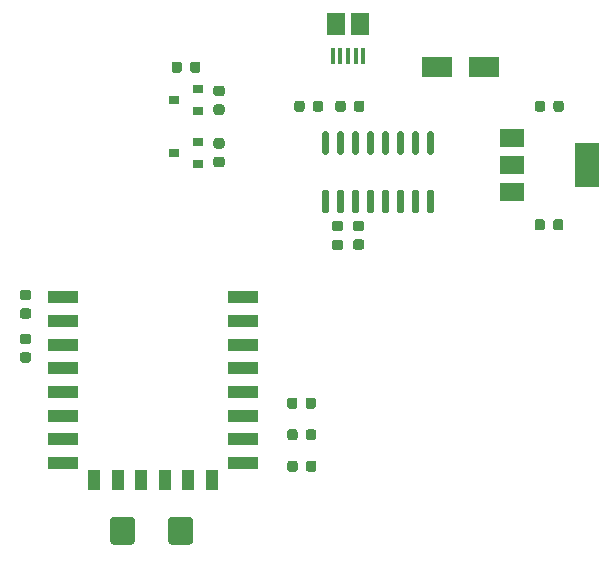
<source format=gbr>
%TF.GenerationSoftware,KiCad,Pcbnew,5.1.6-c6e7f7d~87~ubuntu20.04.1*%
%TF.CreationDate,2020-07-30T14:09:28+02:00*%
%TF.ProjectId,ESP8266-WS2812-Puck,45535038-3236-4362-9d57-53323831322d,rev?*%
%TF.SameCoordinates,Original*%
%TF.FileFunction,Paste,Top*%
%TF.FilePolarity,Positive*%
%FSLAX46Y46*%
G04 Gerber Fmt 4.6, Leading zero omitted, Abs format (unit mm)*
G04 Created by KiCad (PCBNEW 5.1.6-c6e7f7d~87~ubuntu20.04.1) date 2020-07-30 14:09:28*
%MOMM*%
%LPD*%
G01*
G04 APERTURE LIST*
%ADD10R,1.500000X1.900000*%
%ADD11R,0.400000X1.350000*%
%ADD12R,2.500000X1.000000*%
%ADD13R,1.000000X1.800000*%
%ADD14R,2.000000X3.800000*%
%ADD15R,2.000000X1.500000*%
%ADD16R,2.500000X1.800000*%
%ADD17R,0.900000X0.800000*%
G04 APERTURE END LIST*
D10*
%TO.C,J2*%
X148860000Y-69882500D03*
D11*
X150510000Y-72582500D03*
X151160000Y-72582500D03*
X148560000Y-72582500D03*
X149210000Y-72582500D03*
X149860000Y-72582500D03*
D10*
X150860000Y-69882500D03*
%TD*%
D12*
%TO.C,U1*%
X125750000Y-93020000D03*
X125750000Y-95020000D03*
X125750000Y-97020000D03*
X125750000Y-99020000D03*
X125750000Y-101020000D03*
X125750000Y-103020000D03*
X125750000Y-105020000D03*
X125750000Y-107020000D03*
D13*
X128350000Y-108520000D03*
X130350000Y-108520000D03*
X132350000Y-108520000D03*
X134350000Y-108520000D03*
X136350000Y-108520000D03*
X138350000Y-108520000D03*
D12*
X140950000Y-107020000D03*
X140950000Y-105020000D03*
X140950000Y-103020000D03*
X140950000Y-101020000D03*
X140950000Y-99020000D03*
X140950000Y-97020000D03*
X140950000Y-95020000D03*
X140950000Y-93020000D03*
%TD*%
D14*
%TO.C,U2*%
X170053000Y-81788000D03*
D15*
X163753000Y-81788000D03*
X163753000Y-84088000D03*
X163753000Y-79488000D03*
%TD*%
%TO.C,U3*%
G36*
G01*
X148105000Y-85873000D02*
X147805000Y-85873000D01*
G75*
G02*
X147655000Y-85723000I0J150000D01*
G01*
X147655000Y-84073000D01*
G75*
G02*
X147805000Y-83923000I150000J0D01*
G01*
X148105000Y-83923000D01*
G75*
G02*
X148255000Y-84073000I0J-150000D01*
G01*
X148255000Y-85723000D01*
G75*
G02*
X148105000Y-85873000I-150000J0D01*
G01*
G37*
G36*
G01*
X149375000Y-85873000D02*
X149075000Y-85873000D01*
G75*
G02*
X148925000Y-85723000I0J150000D01*
G01*
X148925000Y-84073000D01*
G75*
G02*
X149075000Y-83923000I150000J0D01*
G01*
X149375000Y-83923000D01*
G75*
G02*
X149525000Y-84073000I0J-150000D01*
G01*
X149525000Y-85723000D01*
G75*
G02*
X149375000Y-85873000I-150000J0D01*
G01*
G37*
G36*
G01*
X150645000Y-85873000D02*
X150345000Y-85873000D01*
G75*
G02*
X150195000Y-85723000I0J150000D01*
G01*
X150195000Y-84073000D01*
G75*
G02*
X150345000Y-83923000I150000J0D01*
G01*
X150645000Y-83923000D01*
G75*
G02*
X150795000Y-84073000I0J-150000D01*
G01*
X150795000Y-85723000D01*
G75*
G02*
X150645000Y-85873000I-150000J0D01*
G01*
G37*
G36*
G01*
X151915000Y-85873000D02*
X151615000Y-85873000D01*
G75*
G02*
X151465000Y-85723000I0J150000D01*
G01*
X151465000Y-84073000D01*
G75*
G02*
X151615000Y-83923000I150000J0D01*
G01*
X151915000Y-83923000D01*
G75*
G02*
X152065000Y-84073000I0J-150000D01*
G01*
X152065000Y-85723000D01*
G75*
G02*
X151915000Y-85873000I-150000J0D01*
G01*
G37*
G36*
G01*
X153185000Y-85873000D02*
X152885000Y-85873000D01*
G75*
G02*
X152735000Y-85723000I0J150000D01*
G01*
X152735000Y-84073000D01*
G75*
G02*
X152885000Y-83923000I150000J0D01*
G01*
X153185000Y-83923000D01*
G75*
G02*
X153335000Y-84073000I0J-150000D01*
G01*
X153335000Y-85723000D01*
G75*
G02*
X153185000Y-85873000I-150000J0D01*
G01*
G37*
G36*
G01*
X154455000Y-85873000D02*
X154155000Y-85873000D01*
G75*
G02*
X154005000Y-85723000I0J150000D01*
G01*
X154005000Y-84073000D01*
G75*
G02*
X154155000Y-83923000I150000J0D01*
G01*
X154455000Y-83923000D01*
G75*
G02*
X154605000Y-84073000I0J-150000D01*
G01*
X154605000Y-85723000D01*
G75*
G02*
X154455000Y-85873000I-150000J0D01*
G01*
G37*
G36*
G01*
X155725000Y-85873000D02*
X155425000Y-85873000D01*
G75*
G02*
X155275000Y-85723000I0J150000D01*
G01*
X155275000Y-84073000D01*
G75*
G02*
X155425000Y-83923000I150000J0D01*
G01*
X155725000Y-83923000D01*
G75*
G02*
X155875000Y-84073000I0J-150000D01*
G01*
X155875000Y-85723000D01*
G75*
G02*
X155725000Y-85873000I-150000J0D01*
G01*
G37*
G36*
G01*
X156995000Y-85873000D02*
X156695000Y-85873000D01*
G75*
G02*
X156545000Y-85723000I0J150000D01*
G01*
X156545000Y-84073000D01*
G75*
G02*
X156695000Y-83923000I150000J0D01*
G01*
X156995000Y-83923000D01*
G75*
G02*
X157145000Y-84073000I0J-150000D01*
G01*
X157145000Y-85723000D01*
G75*
G02*
X156995000Y-85873000I-150000J0D01*
G01*
G37*
G36*
G01*
X156995000Y-80923000D02*
X156695000Y-80923000D01*
G75*
G02*
X156545000Y-80773000I0J150000D01*
G01*
X156545000Y-79123000D01*
G75*
G02*
X156695000Y-78973000I150000J0D01*
G01*
X156995000Y-78973000D01*
G75*
G02*
X157145000Y-79123000I0J-150000D01*
G01*
X157145000Y-80773000D01*
G75*
G02*
X156995000Y-80923000I-150000J0D01*
G01*
G37*
G36*
G01*
X155725000Y-80923000D02*
X155425000Y-80923000D01*
G75*
G02*
X155275000Y-80773000I0J150000D01*
G01*
X155275000Y-79123000D01*
G75*
G02*
X155425000Y-78973000I150000J0D01*
G01*
X155725000Y-78973000D01*
G75*
G02*
X155875000Y-79123000I0J-150000D01*
G01*
X155875000Y-80773000D01*
G75*
G02*
X155725000Y-80923000I-150000J0D01*
G01*
G37*
G36*
G01*
X154455000Y-80923000D02*
X154155000Y-80923000D01*
G75*
G02*
X154005000Y-80773000I0J150000D01*
G01*
X154005000Y-79123000D01*
G75*
G02*
X154155000Y-78973000I150000J0D01*
G01*
X154455000Y-78973000D01*
G75*
G02*
X154605000Y-79123000I0J-150000D01*
G01*
X154605000Y-80773000D01*
G75*
G02*
X154455000Y-80923000I-150000J0D01*
G01*
G37*
G36*
G01*
X153185000Y-80923000D02*
X152885000Y-80923000D01*
G75*
G02*
X152735000Y-80773000I0J150000D01*
G01*
X152735000Y-79123000D01*
G75*
G02*
X152885000Y-78973000I150000J0D01*
G01*
X153185000Y-78973000D01*
G75*
G02*
X153335000Y-79123000I0J-150000D01*
G01*
X153335000Y-80773000D01*
G75*
G02*
X153185000Y-80923000I-150000J0D01*
G01*
G37*
G36*
G01*
X151915000Y-80923000D02*
X151615000Y-80923000D01*
G75*
G02*
X151465000Y-80773000I0J150000D01*
G01*
X151465000Y-79123000D01*
G75*
G02*
X151615000Y-78973000I150000J0D01*
G01*
X151915000Y-78973000D01*
G75*
G02*
X152065000Y-79123000I0J-150000D01*
G01*
X152065000Y-80773000D01*
G75*
G02*
X151915000Y-80923000I-150000J0D01*
G01*
G37*
G36*
G01*
X150645000Y-80923000D02*
X150345000Y-80923000D01*
G75*
G02*
X150195000Y-80773000I0J150000D01*
G01*
X150195000Y-79123000D01*
G75*
G02*
X150345000Y-78973000I150000J0D01*
G01*
X150645000Y-78973000D01*
G75*
G02*
X150795000Y-79123000I0J-150000D01*
G01*
X150795000Y-80773000D01*
G75*
G02*
X150645000Y-80923000I-150000J0D01*
G01*
G37*
G36*
G01*
X149375000Y-80923000D02*
X149075000Y-80923000D01*
G75*
G02*
X148925000Y-80773000I0J150000D01*
G01*
X148925000Y-79123000D01*
G75*
G02*
X149075000Y-78973000I150000J0D01*
G01*
X149375000Y-78973000D01*
G75*
G02*
X149525000Y-79123000I0J-150000D01*
G01*
X149525000Y-80773000D01*
G75*
G02*
X149375000Y-80923000I-150000J0D01*
G01*
G37*
G36*
G01*
X148105000Y-80923000D02*
X147805000Y-80923000D01*
G75*
G02*
X147655000Y-80773000I0J150000D01*
G01*
X147655000Y-79123000D01*
G75*
G02*
X147805000Y-78973000I150000J0D01*
G01*
X148105000Y-78973000D01*
G75*
G02*
X148255000Y-79123000I0J-150000D01*
G01*
X148255000Y-80773000D01*
G75*
G02*
X148105000Y-80923000I-150000J0D01*
G01*
G37*
%TD*%
%TO.C,C1*%
G36*
G01*
X165653000Y-87124250D02*
X165653000Y-86611750D01*
G75*
G02*
X165871750Y-86393000I218750J0D01*
G01*
X166309250Y-86393000D01*
G75*
G02*
X166528000Y-86611750I0J-218750D01*
G01*
X166528000Y-87124250D01*
G75*
G02*
X166309250Y-87343000I-218750J0D01*
G01*
X165871750Y-87343000D01*
G75*
G02*
X165653000Y-87124250I0J218750D01*
G01*
G37*
G36*
G01*
X167228000Y-87124250D02*
X167228000Y-86611750D01*
G75*
G02*
X167446750Y-86393000I218750J0D01*
G01*
X167884250Y-86393000D01*
G75*
G02*
X168103000Y-86611750I0J-218750D01*
G01*
X168103000Y-87124250D01*
G75*
G02*
X167884250Y-87343000I-218750J0D01*
G01*
X167446750Y-87343000D01*
G75*
G02*
X167228000Y-87124250I0J218750D01*
G01*
G37*
%TD*%
%TO.C,C2*%
G36*
G01*
X166553500Y-76578750D02*
X166553500Y-77091250D01*
G75*
G02*
X166334750Y-77310000I-218750J0D01*
G01*
X165897250Y-77310000D01*
G75*
G02*
X165678500Y-77091250I0J218750D01*
G01*
X165678500Y-76578750D01*
G75*
G02*
X165897250Y-76360000I218750J0D01*
G01*
X166334750Y-76360000D01*
G75*
G02*
X166553500Y-76578750I0J-218750D01*
G01*
G37*
G36*
G01*
X168128500Y-76578750D02*
X168128500Y-77091250D01*
G75*
G02*
X167909750Y-77310000I-218750J0D01*
G01*
X167472250Y-77310000D01*
G75*
G02*
X167253500Y-77091250I0J218750D01*
G01*
X167253500Y-76578750D01*
G75*
G02*
X167472250Y-76360000I218750J0D01*
G01*
X167909750Y-76360000D01*
G75*
G02*
X168128500Y-76578750I0J-218750D01*
G01*
G37*
%TD*%
%TO.C,C3*%
G36*
G01*
X134919000Y-73789250D02*
X134919000Y-73276750D01*
G75*
G02*
X135137750Y-73058000I218750J0D01*
G01*
X135575250Y-73058000D01*
G75*
G02*
X135794000Y-73276750I0J-218750D01*
G01*
X135794000Y-73789250D01*
G75*
G02*
X135575250Y-74008000I-218750J0D01*
G01*
X135137750Y-74008000D01*
G75*
G02*
X134919000Y-73789250I0J218750D01*
G01*
G37*
G36*
G01*
X136494000Y-73789250D02*
X136494000Y-73276750D01*
G75*
G02*
X136712750Y-73058000I218750J0D01*
G01*
X137150250Y-73058000D01*
G75*
G02*
X137369000Y-73276750I0J-218750D01*
G01*
X137369000Y-73789250D01*
G75*
G02*
X137150250Y-74008000I-218750J0D01*
G01*
X136712750Y-74008000D01*
G75*
G02*
X136494000Y-73789250I0J218750D01*
G01*
G37*
%TD*%
%TO.C,C4*%
G36*
G01*
X129723000Y-113701000D02*
X129723000Y-111851000D01*
G75*
G02*
X129973000Y-111601000I250000J0D01*
G01*
X131548000Y-111601000D01*
G75*
G02*
X131798000Y-111851000I0J-250000D01*
G01*
X131798000Y-113701000D01*
G75*
G02*
X131548000Y-113951000I-250000J0D01*
G01*
X129973000Y-113951000D01*
G75*
G02*
X129723000Y-113701000I0J250000D01*
G01*
G37*
G36*
G01*
X134648000Y-113701000D02*
X134648000Y-111851000D01*
G75*
G02*
X134898000Y-111601000I250000J0D01*
G01*
X136473000Y-111601000D01*
G75*
G02*
X136723000Y-111851000I0J-250000D01*
G01*
X136723000Y-113701000D01*
G75*
G02*
X136473000Y-113951000I-250000J0D01*
G01*
X134898000Y-113951000D01*
G75*
G02*
X134648000Y-113701000I0J250000D01*
G01*
G37*
%TD*%
%TO.C,C5*%
G36*
G01*
X146182500Y-76578750D02*
X146182500Y-77091250D01*
G75*
G02*
X145963750Y-77310000I-218750J0D01*
G01*
X145526250Y-77310000D01*
G75*
G02*
X145307500Y-77091250I0J218750D01*
G01*
X145307500Y-76578750D01*
G75*
G02*
X145526250Y-76360000I218750J0D01*
G01*
X145963750Y-76360000D01*
G75*
G02*
X146182500Y-76578750I0J-218750D01*
G01*
G37*
G36*
G01*
X147757500Y-76578750D02*
X147757500Y-77091250D01*
G75*
G02*
X147538750Y-77310000I-218750J0D01*
G01*
X147101250Y-77310000D01*
G75*
G02*
X146882500Y-77091250I0J218750D01*
G01*
X146882500Y-76578750D01*
G75*
G02*
X147101250Y-76360000I218750J0D01*
G01*
X147538750Y-76360000D01*
G75*
G02*
X147757500Y-76578750I0J-218750D01*
G01*
G37*
%TD*%
%TO.C,C6*%
G36*
G01*
X148787500Y-77091250D02*
X148787500Y-76578750D01*
G75*
G02*
X149006250Y-76360000I218750J0D01*
G01*
X149443750Y-76360000D01*
G75*
G02*
X149662500Y-76578750I0J-218750D01*
G01*
X149662500Y-77091250D01*
G75*
G02*
X149443750Y-77310000I-218750J0D01*
G01*
X149006250Y-77310000D01*
G75*
G02*
X148787500Y-77091250I0J218750D01*
G01*
G37*
G36*
G01*
X150362500Y-77091250D02*
X150362500Y-76578750D01*
G75*
G02*
X150581250Y-76360000I218750J0D01*
G01*
X151018750Y-76360000D01*
G75*
G02*
X151237500Y-76578750I0J-218750D01*
G01*
X151237500Y-77091250D01*
G75*
G02*
X151018750Y-77310000I-218750J0D01*
G01*
X150581250Y-77310000D01*
G75*
G02*
X150362500Y-77091250I0J218750D01*
G01*
G37*
%TD*%
D16*
%TO.C,D1*%
X161385000Y-73533000D03*
X157385000Y-73533000D03*
%TD*%
D17*
%TO.C,Q1*%
X137144000Y-77277000D03*
X137144000Y-75377000D03*
X135144000Y-76327000D03*
%TD*%
%TO.C,Q2*%
X135144000Y-80772000D03*
X137144000Y-79822000D03*
X137144000Y-81722000D03*
%TD*%
%TO.C,R5*%
G36*
G01*
X144698000Y-102237250D02*
X144698000Y-101724750D01*
G75*
G02*
X144916750Y-101506000I218750J0D01*
G01*
X145354250Y-101506000D01*
G75*
G02*
X145573000Y-101724750I0J-218750D01*
G01*
X145573000Y-102237250D01*
G75*
G02*
X145354250Y-102456000I-218750J0D01*
G01*
X144916750Y-102456000D01*
G75*
G02*
X144698000Y-102237250I0J218750D01*
G01*
G37*
G36*
G01*
X146273000Y-102237250D02*
X146273000Y-101724750D01*
G75*
G02*
X146491750Y-101506000I218750J0D01*
G01*
X146929250Y-101506000D01*
G75*
G02*
X147148000Y-101724750I0J-218750D01*
G01*
X147148000Y-102237250D01*
G75*
G02*
X146929250Y-102456000I-218750J0D01*
G01*
X146491750Y-102456000D01*
G75*
G02*
X146273000Y-102237250I0J218750D01*
G01*
G37*
%TD*%
%TO.C,R6*%
G36*
G01*
X144712000Y-104904250D02*
X144712000Y-104391750D01*
G75*
G02*
X144930750Y-104173000I218750J0D01*
G01*
X145368250Y-104173000D01*
G75*
G02*
X145587000Y-104391750I0J-218750D01*
G01*
X145587000Y-104904250D01*
G75*
G02*
X145368250Y-105123000I-218750J0D01*
G01*
X144930750Y-105123000D01*
G75*
G02*
X144712000Y-104904250I0J218750D01*
G01*
G37*
G36*
G01*
X146287000Y-104904250D02*
X146287000Y-104391750D01*
G75*
G02*
X146505750Y-104173000I218750J0D01*
G01*
X146943250Y-104173000D01*
G75*
G02*
X147162000Y-104391750I0J-218750D01*
G01*
X147162000Y-104904250D01*
G75*
G02*
X146943250Y-105123000I-218750J0D01*
G01*
X146505750Y-105123000D01*
G75*
G02*
X146287000Y-104904250I0J218750D01*
G01*
G37*
%TD*%
%TO.C,R7*%
G36*
G01*
X122811250Y-96957500D02*
X122298750Y-96957500D01*
G75*
G02*
X122080000Y-96738750I0J218750D01*
G01*
X122080000Y-96301250D01*
G75*
G02*
X122298750Y-96082500I218750J0D01*
G01*
X122811250Y-96082500D01*
G75*
G02*
X123030000Y-96301250I0J-218750D01*
G01*
X123030000Y-96738750D01*
G75*
G02*
X122811250Y-96957500I-218750J0D01*
G01*
G37*
G36*
G01*
X122811250Y-98532500D02*
X122298750Y-98532500D01*
G75*
G02*
X122080000Y-98313750I0J218750D01*
G01*
X122080000Y-97876250D01*
G75*
G02*
X122298750Y-97657500I218750J0D01*
G01*
X122811250Y-97657500D01*
G75*
G02*
X123030000Y-97876250I0J-218750D01*
G01*
X123030000Y-98313750D01*
G75*
G02*
X122811250Y-98532500I-218750J0D01*
G01*
G37*
%TD*%
%TO.C,R8*%
G36*
G01*
X122298750Y-92374000D02*
X122811250Y-92374000D01*
G75*
G02*
X123030000Y-92592750I0J-218750D01*
G01*
X123030000Y-93030250D01*
G75*
G02*
X122811250Y-93249000I-218750J0D01*
G01*
X122298750Y-93249000D01*
G75*
G02*
X122080000Y-93030250I0J218750D01*
G01*
X122080000Y-92592750D01*
G75*
G02*
X122298750Y-92374000I218750J0D01*
G01*
G37*
G36*
G01*
X122298750Y-93949000D02*
X122811250Y-93949000D01*
G75*
G02*
X123030000Y-94167750I0J-218750D01*
G01*
X123030000Y-94605250D01*
G75*
G02*
X122811250Y-94824000I-218750J0D01*
G01*
X122298750Y-94824000D01*
G75*
G02*
X122080000Y-94605250I0J218750D01*
G01*
X122080000Y-94167750D01*
G75*
G02*
X122298750Y-93949000I218750J0D01*
G01*
G37*
%TD*%
%TO.C,R9*%
G36*
G01*
X146298500Y-107571250D02*
X146298500Y-107058750D01*
G75*
G02*
X146517250Y-106840000I218750J0D01*
G01*
X146954750Y-106840000D01*
G75*
G02*
X147173500Y-107058750I0J-218750D01*
G01*
X147173500Y-107571250D01*
G75*
G02*
X146954750Y-107790000I-218750J0D01*
G01*
X146517250Y-107790000D01*
G75*
G02*
X146298500Y-107571250I0J218750D01*
G01*
G37*
G36*
G01*
X144723500Y-107571250D02*
X144723500Y-107058750D01*
G75*
G02*
X144942250Y-106840000I218750J0D01*
G01*
X145379750Y-106840000D01*
G75*
G02*
X145598500Y-107058750I0J-218750D01*
G01*
X145598500Y-107571250D01*
G75*
G02*
X145379750Y-107790000I-218750J0D01*
G01*
X144942250Y-107790000D01*
G75*
G02*
X144723500Y-107571250I0J218750D01*
G01*
G37*
%TD*%
%TO.C,R10*%
G36*
G01*
X149227250Y-89007500D02*
X148714750Y-89007500D01*
G75*
G02*
X148496000Y-88788750I0J218750D01*
G01*
X148496000Y-88351250D01*
G75*
G02*
X148714750Y-88132500I218750J0D01*
G01*
X149227250Y-88132500D01*
G75*
G02*
X149446000Y-88351250I0J-218750D01*
G01*
X149446000Y-88788750D01*
G75*
G02*
X149227250Y-89007500I-218750J0D01*
G01*
G37*
G36*
G01*
X149227250Y-87432500D02*
X148714750Y-87432500D01*
G75*
G02*
X148496000Y-87213750I0J218750D01*
G01*
X148496000Y-86776250D01*
G75*
G02*
X148714750Y-86557500I218750J0D01*
G01*
X149227250Y-86557500D01*
G75*
G02*
X149446000Y-86776250I0J-218750D01*
G01*
X149446000Y-87213750D01*
G75*
G02*
X149227250Y-87432500I-218750J0D01*
G01*
G37*
%TD*%
%TO.C,R11*%
G36*
G01*
X151005250Y-87407000D02*
X150492750Y-87407000D01*
G75*
G02*
X150274000Y-87188250I0J218750D01*
G01*
X150274000Y-86750750D01*
G75*
G02*
X150492750Y-86532000I218750J0D01*
G01*
X151005250Y-86532000D01*
G75*
G02*
X151224000Y-86750750I0J-218750D01*
G01*
X151224000Y-87188250D01*
G75*
G02*
X151005250Y-87407000I-218750J0D01*
G01*
G37*
G36*
G01*
X151005250Y-88982000D02*
X150492750Y-88982000D01*
G75*
G02*
X150274000Y-88763250I0J218750D01*
G01*
X150274000Y-88325750D01*
G75*
G02*
X150492750Y-88107000I218750J0D01*
G01*
X151005250Y-88107000D01*
G75*
G02*
X151224000Y-88325750I0J-218750D01*
G01*
X151224000Y-88763250D01*
G75*
G02*
X151005250Y-88982000I-218750J0D01*
G01*
G37*
%TD*%
%TO.C,R12*%
G36*
G01*
X138681750Y-75102000D02*
X139194250Y-75102000D01*
G75*
G02*
X139413000Y-75320750I0J-218750D01*
G01*
X139413000Y-75758250D01*
G75*
G02*
X139194250Y-75977000I-218750J0D01*
G01*
X138681750Y-75977000D01*
G75*
G02*
X138463000Y-75758250I0J218750D01*
G01*
X138463000Y-75320750D01*
G75*
G02*
X138681750Y-75102000I218750J0D01*
G01*
G37*
G36*
G01*
X138681750Y-76677000D02*
X139194250Y-76677000D01*
G75*
G02*
X139413000Y-76895750I0J-218750D01*
G01*
X139413000Y-77333250D01*
G75*
G02*
X139194250Y-77552000I-218750J0D01*
G01*
X138681750Y-77552000D01*
G75*
G02*
X138463000Y-77333250I0J218750D01*
G01*
X138463000Y-76895750D01*
G75*
G02*
X138681750Y-76677000I218750J0D01*
G01*
G37*
%TD*%
%TO.C,R13*%
G36*
G01*
X138681750Y-81122000D02*
X139194250Y-81122000D01*
G75*
G02*
X139413000Y-81340750I0J-218750D01*
G01*
X139413000Y-81778250D01*
G75*
G02*
X139194250Y-81997000I-218750J0D01*
G01*
X138681750Y-81997000D01*
G75*
G02*
X138463000Y-81778250I0J218750D01*
G01*
X138463000Y-81340750D01*
G75*
G02*
X138681750Y-81122000I218750J0D01*
G01*
G37*
G36*
G01*
X138681750Y-79547000D02*
X139194250Y-79547000D01*
G75*
G02*
X139413000Y-79765750I0J-218750D01*
G01*
X139413000Y-80203250D01*
G75*
G02*
X139194250Y-80422000I-218750J0D01*
G01*
X138681750Y-80422000D01*
G75*
G02*
X138463000Y-80203250I0J218750D01*
G01*
X138463000Y-79765750D01*
G75*
G02*
X138681750Y-79547000I218750J0D01*
G01*
G37*
%TD*%
M02*

</source>
